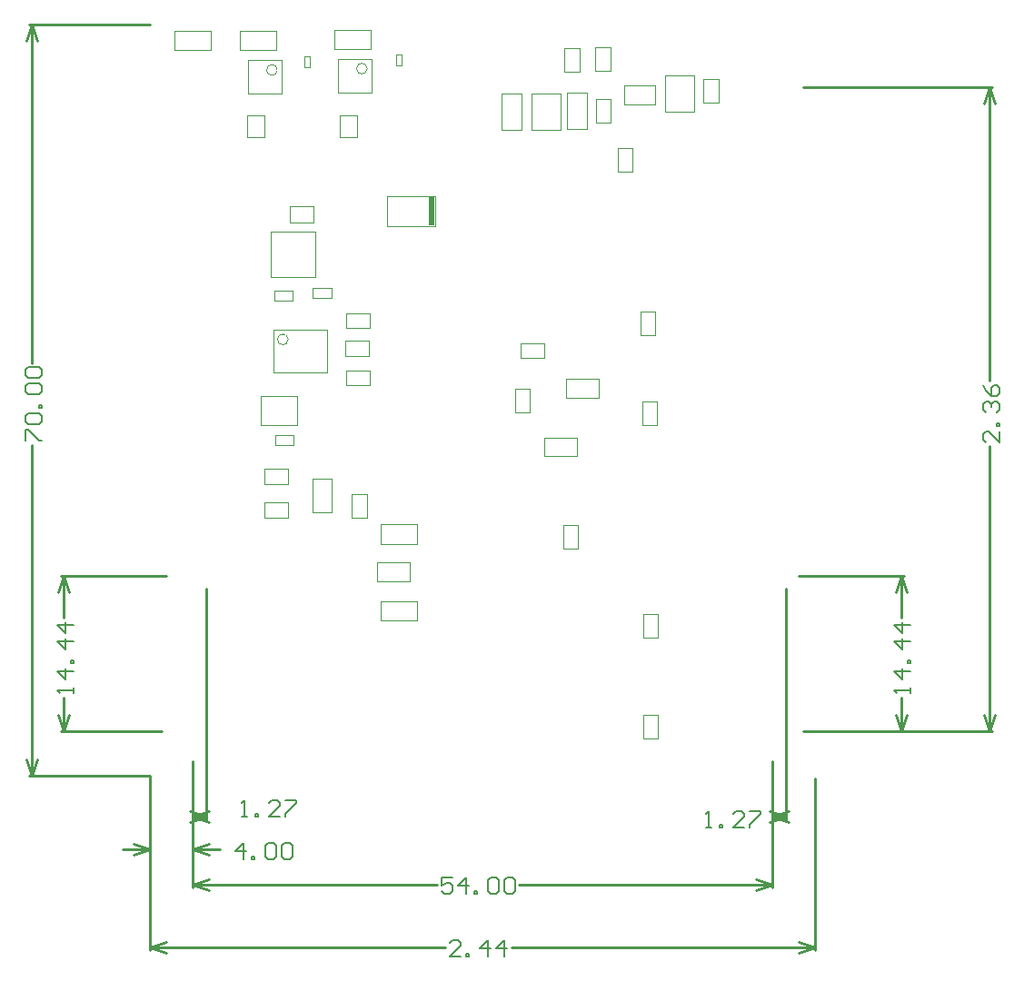
<source format=gbr>
G04 Layer_Color=16711935*
%FSLAX26Y26*%
%MOIN*%
%TF.FileFunction,Other,Mechanical_13*%
%TF.Part,Single*%
G01*
G75*
%TA.AperFunction,NonConductor*%
%ADD66C,0.010000*%
%ADD67C,0.003937*%
%ADD91C,0.006000*%
%ADD92R,0.023828X0.109844*%
D66*
X-482441Y0D02*
X-112425D01*
X-482441Y568504D02*
X-97716D01*
X-472441Y0D02*
Y122294D01*
Y414210D02*
Y568504D01*
Y0D02*
X-452441Y60000D01*
X-492441D02*
X-472441Y0D01*
X-492441Y508504D02*
X-472441Y568504D01*
X-452441Y508504D01*
X50000Y-324961D02*
Y520788D01*
X0Y-324961D02*
Y-112425D01*
X25000Y-314961D02*
X50000D01*
X0D02*
X25000D01*
X-10000Y-294961D02*
X50000Y-314961D01*
X-10000Y-334961D02*
X50000Y-314961D01*
X0D02*
X60000Y-334961D01*
X0Y-314961D02*
X60000Y-294961D01*
X2175984Y-324961D02*
Y520788D01*
X2125984Y-324961D02*
Y-112425D01*
X2150984Y-314961D02*
X2175984D01*
X2125984D02*
X2150984D01*
X2115984Y-294961D02*
X2175984Y-314961D01*
X2115984Y-334961D02*
X2175984Y-314961D01*
X2125984D02*
X2185984Y-334961D01*
X2125984Y-314961D02*
X2185984Y-294961D01*
X2223700Y568504D02*
X2608425D01*
X2238409Y0D02*
X2608425D01*
X2598425Y414210D02*
Y568504D01*
Y0D02*
Y122294D01*
X2578425Y508504D02*
X2598425Y568504D01*
X2618425Y508504D01*
X2598425Y0D02*
X2618425Y60000D01*
X2578425D02*
X2598425Y0D01*
X2283466Y-802914D02*
Y-175386D01*
X-157480Y-802914D02*
Y-165386D01*
X1167959Y-792914D02*
X2283466D01*
X-157480D02*
X926027D01*
X2223466Y-772914D02*
X2283466Y-792914D01*
X2223466Y-812914D02*
X2283466Y-792914D01*
X-157480D02*
X-97480Y-812914D01*
X-157480Y-792914D02*
X-97480Y-772914D01*
X-600551Y2592992D02*
X-157740D01*
X-600551Y-162914D02*
X-157740D01*
X-590551Y1349995D02*
Y2592992D01*
Y-162914D02*
Y1048082D01*
X-610551Y2532992D02*
X-590551Y2592992D01*
X-570551Y2532992D01*
X-590551Y-162914D02*
X-570551Y-102914D01*
X-610551D02*
X-590551Y-162914D01*
X-157480Y-443071D02*
Y-172913D01*
X0Y-443071D02*
Y-112425D01*
Y-433071D02*
X100000D01*
X-257480D02*
X-157480D01*
X0D02*
X60000Y-453071D01*
X0Y-433071D02*
X60000Y-413071D01*
X-217480D02*
X-157480Y-433071D01*
X-217480Y-453071D02*
X-157480Y-433071D01*
X2125984Y-572914D02*
Y-112425D01*
X0Y-572914D02*
Y-112425D01*
X1197948Y-562914D02*
X2125984D01*
X0D02*
X896036D01*
X2065984Y-542914D02*
X2125984Y-562914D01*
X2065984Y-582914D02*
X2125984Y-562914D01*
X0D02*
X60000Y-582914D01*
X0Y-562914D02*
X60000Y-542914D01*
X2238410Y2362204D02*
X2932520D01*
X2238409Y0D02*
X2932520D01*
X2922520Y1286068D02*
Y2362204D01*
Y0D02*
Y1044136D01*
X2902520Y2302204D02*
X2922520Y2362204D01*
X2942520Y2302204D01*
X2922520Y0D02*
X2942520Y60000D01*
X2902520D02*
X2922520Y0D01*
D67*
X350000Y1436653D02*
G03*
X350000Y1436653I-19685J0D01*
G01*
X640276Y2430590D02*
G03*
X640276Y2430590I-19685J0D01*
G01*
X310276Y2425590D02*
G03*
X310276Y2425590I-19685J0D01*
G01*
X1358426Y755306D02*
X1411576D01*
X1358426Y668692D02*
X1411576D01*
X1358426D02*
Y755306D01*
X1411576Y668692D02*
Y755306D01*
X294882Y1472086D02*
X491732D01*
X294882Y1314606D02*
X491732D01*
X294882D02*
Y1472086D01*
X491732Y1314606D02*
Y1472086D01*
X538504Y2180630D02*
X601496D01*
X538504Y2259370D02*
X601496D01*
X538504Y2180630D02*
Y2259370D01*
X601496Y2180630D02*
Y2259370D01*
X198504Y2180630D02*
X261496D01*
X198504Y2259370D02*
X261496D01*
X198504Y2180630D02*
Y2259370D01*
X261496Y2180630D02*
Y2259370D01*
X1838150Y2273070D02*
Y2406928D01*
X1731850Y2273070D02*
Y2406928D01*
Y2273070D02*
X1838150D01*
X1731850Y2406928D02*
X1838150D01*
X1871458Y2306692D02*
X1928544D01*
X1871458Y2393308D02*
X1928544D01*
Y2306692D02*
Y2393308D01*
X1871458Y2306692D02*
Y2393308D01*
X1476458Y2510306D02*
X1533544D01*
X1476458Y2423692D02*
X1533544D01*
X1476458D02*
Y2510306D01*
X1533544Y2423692D02*
Y2510306D01*
X1361456Y2505306D02*
X1418544D01*
X1361456Y2418692D02*
X1418544D01*
X1361456D02*
Y2505306D01*
X1418544Y2418692D02*
Y2505306D01*
X746174Y2441330D02*
X767828D01*
X746174Y2482670D02*
X767828D01*
Y2441330D02*
Y2482670D01*
X746174Y2441330D02*
Y2482670D01*
X409174Y2434330D02*
X430828D01*
X409174Y2475670D02*
X430828D01*
Y2434330D02*
Y2475670D01*
X409174Y2434330D02*
Y2475670D01*
X1582914Y2300552D02*
Y2369448D01*
X1697086Y2300552D02*
Y2369448D01*
X1582914D02*
X1697086D01*
X1582914Y2300552D02*
X1697086D01*
X349291Y781458D02*
Y838544D01*
X262677Y781458D02*
Y838544D01*
X349291D01*
X262677Y781458D02*
X349291D01*
X582402Y868582D02*
X639488D01*
X582402Y781968D02*
X639488D01*
X582402D02*
Y868582D01*
X639488Y781968D02*
Y868582D01*
X349291Y906456D02*
Y963542D01*
X262677Y906456D02*
Y963542D01*
X349291D01*
X262677Y906456D02*
X349291D01*
X690072Y404568D02*
X823930D01*
X690072Y475434D02*
X823930D01*
X690072Y404568D02*
Y475434D01*
X823930Y404568D02*
Y475434D01*
X689072Y686568D02*
X822930D01*
X689072Y757434D02*
X822930D01*
X689072Y686568D02*
Y757434D01*
X822930Y686568D02*
Y757434D01*
X306930Y2498066D02*
Y2568934D01*
X173072Y2498066D02*
Y2568934D01*
X306930D01*
X173072Y2498066D02*
X306930D01*
X-66928Y2497566D02*
Y2568432D01*
X66930Y2497566D02*
Y2568432D01*
X-66928Y2497566D02*
X66930D01*
X-66928Y2568432D02*
X66930D01*
X654370Y2501407D02*
Y2572274D01*
X520512Y2501407D02*
Y2572274D01*
X654370D01*
X520512Y2501407D02*
X654370D01*
X795040Y549552D02*
Y618448D01*
X674960Y549552D02*
Y618448D01*
Y549552D02*
X795040D01*
X674960Y618448D02*
X795040D01*
X533976Y2343976D02*
X656024D01*
X533976Y2466024D02*
X656024D01*
X533976Y2343976D02*
Y2466024D01*
X656024Y2343976D02*
Y2466024D01*
X203976Y2338976D02*
X326024D01*
X203976Y2461024D02*
X326024D01*
X203976Y2338976D02*
Y2461024D01*
X326024Y2338976D02*
Y2461024D01*
X1374568Y2210070D02*
X1445434D01*
X1374568Y2343928D02*
X1445434D01*
Y2210070D02*
Y2343928D01*
X1374568Y2210070D02*
Y2343928D01*
X1241850Y2205070D02*
Y2338930D01*
X1348150Y2205070D02*
Y2338930D01*
X1241850D02*
X1348150D01*
X1241850Y2205070D02*
X1348150D01*
X1134568D02*
X1205434D01*
X1134568Y2338930D02*
X1205434D01*
Y2205070D02*
Y2338930D01*
X1134568Y2205070D02*
Y2338930D01*
X1531576Y2233692D02*
Y2320306D01*
X1478426Y2233692D02*
Y2320306D01*
Y2233692D02*
X1531576D01*
X1478426Y2320306D02*
X1531576D01*
X1611576Y2053692D02*
Y2140306D01*
X1558426Y2053692D02*
Y2140306D01*
Y2053692D02*
X1611576D01*
X1558426Y2140306D02*
X1611576D01*
X438944Y802118D02*
Y924164D01*
X509810Y802118D02*
Y924164D01*
X438944Y802118D02*
X509810D01*
X438944Y924164D02*
X509810D01*
X298426Y1579646D02*
X367324D01*
X298426Y1617048D02*
X367324D01*
X298426Y1579646D02*
Y1617048D01*
X367324Y1579646D02*
Y1617048D01*
X559568Y1374804D02*
X646182D01*
X559568Y1431890D02*
X646182D01*
X559568Y1374804D02*
Y1431890D01*
X646182Y1374804D02*
Y1431890D01*
X249056Y1121850D02*
Y1228149D01*
X382914Y1121850D02*
Y1228149D01*
X249056Y1121850D02*
X382914D01*
X249056Y1228149D02*
X382914D01*
X301536Y1087204D02*
X370434D01*
X301536Y1049802D02*
X370434D01*
Y1087204D01*
X301536Y1049802D02*
Y1087204D01*
X355000Y1867086D02*
X441614D01*
X355000Y1924174D02*
X441614D01*
X355000Y1867086D02*
Y1924174D01*
X441614Y1867086D02*
Y1924174D01*
X440552Y1588300D02*
X509450D01*
X440552Y1625700D02*
X509450D01*
X440552Y1588300D02*
Y1625700D01*
X509450Y1588300D02*
Y1625700D01*
X285198Y1831024D02*
X450552D01*
X285198Y1665670D02*
X450552D01*
Y1831024D01*
X285198Y1665670D02*
Y1831024D01*
X561694Y1270426D02*
X648308D01*
X561694Y1323574D02*
X648308D01*
X561694Y1270426D02*
Y1323574D01*
X648308Y1270426D02*
Y1323574D01*
X561694Y1533574D02*
X648308D01*
X561694Y1480426D02*
X648308D01*
Y1533574D01*
X561694Y1480426D02*
Y1533574D01*
X1648426Y1123692D02*
Y1210306D01*
X1701576Y1123692D02*
Y1210306D01*
X1648426D02*
X1701576D01*
X1648426Y1123692D02*
X1701576D01*
X1643426Y1453692D02*
Y1540306D01*
X1696576Y1453692D02*
Y1540306D01*
X1643426D02*
X1696576D01*
X1643426Y1453692D02*
X1696576D01*
X1653426Y-28308D02*
Y58306D01*
X1706576Y-28308D02*
Y58306D01*
X1653426D02*
X1706576D01*
X1653426Y-28308D02*
X1706576D01*
X1653426Y343692D02*
Y430306D01*
X1706576Y343692D02*
Y430306D01*
X1653426D02*
X1706576D01*
X1653426Y343692D02*
X1706576D01*
X1183426Y1168692D02*
Y1255306D01*
X1236576Y1168692D02*
Y1255306D01*
X1183426D02*
X1236576D01*
X1183426Y1168692D02*
X1236576D01*
X1201694Y1423574D02*
X1288308D01*
X1201694Y1370426D02*
X1288308D01*
Y1423574D01*
X1201694Y1370426D02*
Y1423574D01*
X1289962Y1007550D02*
Y1076448D01*
X1410040Y1007550D02*
Y1076448D01*
X1289962D02*
X1410040D01*
X1289962Y1007550D02*
X1410040D01*
X1490040Y1222552D02*
Y1291448D01*
X1369960Y1222552D02*
Y1291448D01*
Y1222552D02*
X1490040D01*
X1369960Y1291448D02*
X1490040D01*
X888568Y1853078D02*
Y1962922D01*
X711402Y1853078D02*
Y1962922D01*
Y1853078D02*
X888568D01*
X711402Y1962922D02*
X888568D01*
D91*
X-436451Y138294D02*
Y158287D01*
Y148291D01*
X-496431D01*
X-486434Y138294D01*
X-436451Y218268D02*
X-496431D01*
X-466441Y188278D01*
Y228265D01*
X-436451Y248258D02*
X-446447D01*
Y258255D01*
X-436451D01*
Y248258D01*
Y328233D02*
X-496431D01*
X-466441Y298242D01*
Y338229D01*
X-436451Y388213D02*
X-496431D01*
X-466441Y358223D01*
Y398210D01*
X178796Y-314961D02*
X198789D01*
X188793D01*
Y-254980D01*
X178796Y-264977D01*
X228780Y-314961D02*
Y-304964D01*
X238776D01*
Y-314961D01*
X228780D01*
X318750D02*
X278763D01*
X318750Y-274974D01*
Y-264977D01*
X308754Y-254980D01*
X288760D01*
X278763Y-264977D01*
X338744Y-254980D02*
X378731D01*
Y-264977D01*
X338744Y-304964D01*
Y-314961D01*
X1881998Y-354331D02*
X1901992D01*
X1891995D01*
Y-294350D01*
X1881998Y-304347D01*
X1931982Y-354331D02*
Y-344334D01*
X1941979D01*
Y-354331D01*
X1931982D01*
X2021953D02*
X1981966D01*
X2021953Y-314344D01*
Y-304347D01*
X2011956Y-294350D01*
X1991962D01*
X1981966Y-304347D01*
X2041946Y-294350D02*
X2081933D01*
Y-304347D01*
X2041946Y-344334D01*
Y-354331D01*
X2634416Y138294D02*
Y158287D01*
Y148291D01*
X2574435D01*
X2584432Y138294D01*
X2634416Y218268D02*
X2574435D01*
X2604425Y188278D01*
Y228265D01*
X2634416Y248258D02*
X2624419D01*
Y258255D01*
X2634416D01*
Y248258D01*
Y328233D02*
X2574435D01*
X2604425Y298242D01*
Y338229D01*
X2634416Y388213D02*
X2574435D01*
X2604425Y358223D01*
Y398210D01*
X982014Y-828904D02*
X942027D01*
X982014Y-788917D01*
Y-778920D01*
X972017Y-768924D01*
X952024D01*
X942027Y-778920D01*
X1002007Y-828904D02*
Y-818908D01*
X1012004D01*
Y-828904D01*
X1002007D01*
X1081981D02*
Y-768924D01*
X1051991Y-798914D01*
X1091978D01*
X1141962Y-828904D02*
Y-768924D01*
X1111972Y-798914D01*
X1151959D01*
X-614541Y1064082D02*
Y1104070D01*
X-604544D01*
X-564557Y1064082D01*
X-554561D01*
X-604544Y1124063D02*
X-614541Y1134060D01*
Y1154053D01*
X-604544Y1164050D01*
X-564557D01*
X-554561Y1154053D01*
Y1134060D01*
X-564557Y1124063D01*
X-604544D01*
X-554561Y1184044D02*
X-564557D01*
Y1194040D01*
X-554561D01*
Y1184044D01*
X-604544Y1234027D02*
X-614541Y1244024D01*
Y1264018D01*
X-604544Y1274014D01*
X-564557D01*
X-554561Y1264018D01*
Y1244024D01*
X-564557Y1234027D01*
X-604544D01*
Y1294008D02*
X-614541Y1304005D01*
Y1323998D01*
X-604544Y1333995D01*
X-564557D01*
X-554561Y1323998D01*
Y1304005D01*
X-564557Y1294008D01*
X-604544D01*
X187471Y-472441D02*
Y-412460D01*
X157480Y-442451D01*
X197467D01*
X217461Y-472441D02*
Y-462444D01*
X227458D01*
Y-472441D01*
X217461D01*
X267445Y-422457D02*
X277442Y-412460D01*
X297435D01*
X307432Y-422457D01*
Y-462444D01*
X297435Y-472441D01*
X277442D01*
X267445Y-462444D01*
Y-422457D01*
X327425D02*
X337422Y-412460D01*
X357416D01*
X367412Y-422457D01*
Y-462444D01*
X357416Y-472441D01*
X337422D01*
X327425Y-462444D01*
Y-422457D01*
X952023Y-538924D02*
X912036D01*
Y-568914D01*
X932029Y-558917D01*
X942026D01*
X952023Y-568914D01*
Y-588908D01*
X942026Y-598904D01*
X922032D01*
X912036Y-588908D01*
X1002006Y-598904D02*
Y-538924D01*
X972016Y-568914D01*
X1012003D01*
X1031997Y-598904D02*
Y-588908D01*
X1041994D01*
Y-598904D01*
X1031997D01*
X1081981Y-548920D02*
X1091977Y-538924D01*
X1111971D01*
X1121968Y-548920D01*
Y-588908D01*
X1111971Y-598904D01*
X1091977D01*
X1081981Y-588908D01*
Y-548920D01*
X1141961D02*
X1151958Y-538924D01*
X1171951D01*
X1181948Y-548920D01*
Y-588908D01*
X1171951Y-598904D01*
X1151958D01*
X1141961Y-588908D01*
Y-548920D01*
X2958510Y1100123D02*
Y1060136D01*
X2918523Y1100123D01*
X2908526D01*
X2898530Y1090127D01*
Y1070133D01*
X2908526Y1060136D01*
X2958510Y1120117D02*
X2948514D01*
Y1130114D01*
X2958510D01*
Y1120117D01*
X2908526Y1170101D02*
X2898530Y1180097D01*
Y1200091D01*
X2908526Y1210088D01*
X2918523D01*
X2928520Y1200091D01*
Y1190094D01*
Y1200091D01*
X2938517Y1210088D01*
X2948514D01*
X2958510Y1200091D01*
Y1180097D01*
X2948514Y1170101D01*
X2898530Y1270068D02*
X2908526Y1250075D01*
X2928520Y1230081D01*
X2948514D01*
X2958510Y1240078D01*
Y1260072D01*
X2948514Y1270068D01*
X2938517D01*
X2928520Y1260072D01*
Y1230081D01*
D92*
X876652Y1908000D02*
D03*
%TF.MD5,14b2c3246ca23e78e193817284707634*%
M02*

</source>
